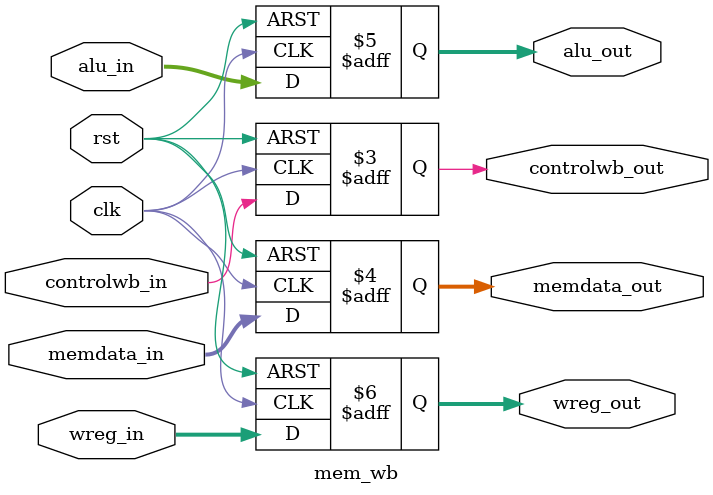
<source format=v>
`timescale 1ns / 1ps
module mem_wb(
    input clk,
	 input rst,
    input controlwb_in,
    input [15:0] memdata_in,
    input [15:0] alu_in,
	 input [3:0] wreg_in,
    output reg controlwb_out,
    output reg [15:0] memdata_out,
    output reg [15:0] alu_out,
    output reg [3:0] wreg_out
    );

always @ (negedge rst or negedge clk) begin
if (rst == 0) begin
	wreg_out <= 4'b1111;
	controlwb_out <= 1;
	memdata_out <= 16'b0000000000000000;
	alu_out <= 16'b0000000000000000;
end
else begin 
	controlwb_out <= controlwb_in;
	memdata_out <= memdata_in;
	alu_out <= alu_in;
	wreg_out <= wreg_in;
	end
end

endmodule

</source>
